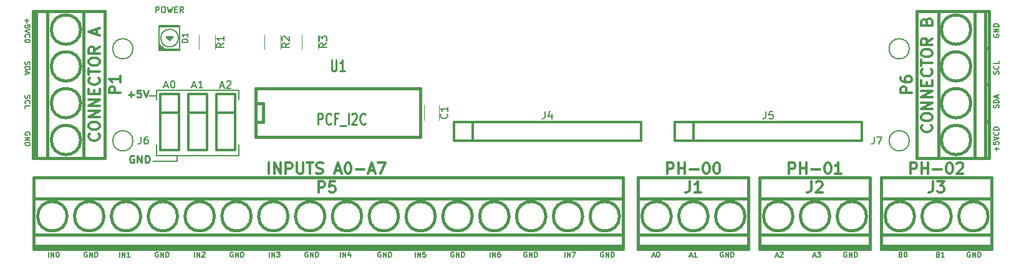
<source format=gbr>
G04 #@! TF.GenerationSoftware,KiCad,Pcbnew,(5.0.1)-3*
G04 #@! TF.CreationDate,2019-04-12T12:40:20-05:00*
G04 #@! TF.ProjectId,New_I2C_ports,4E65775F4932435F706F7274732E6B69,rev?*
G04 #@! TF.SameCoordinates,Original*
G04 #@! TF.FileFunction,Legend,Top*
G04 #@! TF.FilePolarity,Positive*
%FSLAX46Y46*%
G04 Gerber Fmt 4.6, Leading zero omitted, Abs format (unit mm)*
G04 Created by KiCad (PCBNEW (5.0.1)-3) date 12/04/2019 12:40:20*
%MOMM*%
%LPD*%
G01*
G04 APERTURE LIST*
%ADD10C,0.175000*%
%ADD11C,0.200000*%
%ADD12C,0.250000*%
%ADD13C,0.120000*%
%ADD14C,0.198120*%
%ADD15C,0.304800*%
%ADD16C,0.381000*%
%ADD17C,0.150000*%
%ADD18C,0.149860*%
%ADD19C,0.203200*%
%ADD20C,0.285750*%
%ADD21C,0.287020*%
%ADD22C,0.300000*%
G04 APERTURE END LIST*
D10*
X152716000Y-149160666D02*
X152716000Y-148460666D01*
X153049333Y-149160666D02*
X153049333Y-148460666D01*
X153449333Y-149160666D01*
X153449333Y-148460666D01*
X153716000Y-148460666D02*
X154182666Y-148460666D01*
X153882666Y-149160666D01*
X137642666Y-148494000D02*
X137576000Y-148460666D01*
X137476000Y-148460666D01*
X137376000Y-148494000D01*
X137309333Y-148560666D01*
X137276000Y-148627333D01*
X137242666Y-148760666D01*
X137242666Y-148860666D01*
X137276000Y-148994000D01*
X137309333Y-149060666D01*
X137376000Y-149127333D01*
X137476000Y-149160666D01*
X137542666Y-149160666D01*
X137642666Y-149127333D01*
X137676000Y-149094000D01*
X137676000Y-148860666D01*
X137542666Y-148860666D01*
X137976000Y-149160666D02*
X137976000Y-148460666D01*
X138376000Y-149160666D01*
X138376000Y-148460666D01*
X138709333Y-149160666D02*
X138709333Y-148460666D01*
X138876000Y-148460666D01*
X138976000Y-148494000D01*
X139042666Y-148560666D01*
X139076000Y-148627333D01*
X139109333Y-148760666D01*
X139109333Y-148860666D01*
X139076000Y-148994000D01*
X139042666Y-149060666D01*
X138976000Y-149127333D01*
X138876000Y-149160666D01*
X138709333Y-149160666D01*
X147548666Y-148494000D02*
X147482000Y-148460666D01*
X147382000Y-148460666D01*
X147282000Y-148494000D01*
X147215333Y-148560666D01*
X147182000Y-148627333D01*
X147148666Y-148760666D01*
X147148666Y-148860666D01*
X147182000Y-148994000D01*
X147215333Y-149060666D01*
X147282000Y-149127333D01*
X147382000Y-149160666D01*
X147448666Y-149160666D01*
X147548666Y-149127333D01*
X147582000Y-149094000D01*
X147582000Y-148860666D01*
X147448666Y-148860666D01*
X147882000Y-149160666D02*
X147882000Y-148460666D01*
X148282000Y-149160666D01*
X148282000Y-148460666D01*
X148615333Y-149160666D02*
X148615333Y-148460666D01*
X148782000Y-148460666D01*
X148882000Y-148494000D01*
X148948666Y-148560666D01*
X148982000Y-148627333D01*
X149015333Y-148760666D01*
X149015333Y-148860666D01*
X148982000Y-148994000D01*
X148948666Y-149060666D01*
X148882000Y-149127333D01*
X148782000Y-149160666D01*
X148615333Y-149160666D01*
X142556000Y-149160666D02*
X142556000Y-148460666D01*
X142889333Y-149160666D02*
X142889333Y-148460666D01*
X143289333Y-149160666D01*
X143289333Y-148460666D01*
X143922666Y-148460666D02*
X143789333Y-148460666D01*
X143722666Y-148494000D01*
X143689333Y-148527333D01*
X143622666Y-148627333D01*
X143589333Y-148760666D01*
X143589333Y-149027333D01*
X143622666Y-149094000D01*
X143656000Y-149127333D01*
X143722666Y-149160666D01*
X143856000Y-149160666D01*
X143922666Y-149127333D01*
X143956000Y-149094000D01*
X143989333Y-149027333D01*
X143989333Y-148860666D01*
X143956000Y-148794000D01*
X143922666Y-148760666D01*
X143856000Y-148727333D01*
X143722666Y-148727333D01*
X143656000Y-148760666D01*
X143622666Y-148794000D01*
X143589333Y-148860666D01*
X157962666Y-148494000D02*
X157896000Y-148460666D01*
X157796000Y-148460666D01*
X157696000Y-148494000D01*
X157629333Y-148560666D01*
X157596000Y-148627333D01*
X157562666Y-148760666D01*
X157562666Y-148860666D01*
X157596000Y-148994000D01*
X157629333Y-149060666D01*
X157696000Y-149127333D01*
X157796000Y-149160666D01*
X157862666Y-149160666D01*
X157962666Y-149127333D01*
X157996000Y-149094000D01*
X157996000Y-148860666D01*
X157862666Y-148860666D01*
X158296000Y-149160666D02*
X158296000Y-148460666D01*
X158696000Y-149160666D01*
X158696000Y-148460666D01*
X159029333Y-149160666D02*
X159029333Y-148460666D01*
X159196000Y-148460666D01*
X159296000Y-148494000D01*
X159362666Y-148560666D01*
X159396000Y-148627333D01*
X159429333Y-148760666D01*
X159429333Y-148860666D01*
X159396000Y-148994000D01*
X159362666Y-149060666D01*
X159296000Y-149127333D01*
X159196000Y-149160666D01*
X159029333Y-149160666D01*
X132396000Y-149160666D02*
X132396000Y-148460666D01*
X132729333Y-149160666D02*
X132729333Y-148460666D01*
X133129333Y-149160666D01*
X133129333Y-148460666D01*
X133796000Y-148460666D02*
X133462666Y-148460666D01*
X133429333Y-148794000D01*
X133462666Y-148760666D01*
X133529333Y-148727333D01*
X133696000Y-148727333D01*
X133762666Y-148760666D01*
X133796000Y-148794000D01*
X133829333Y-148860666D01*
X133829333Y-149027333D01*
X133796000Y-149094000D01*
X133762666Y-149127333D01*
X133696000Y-149160666D01*
X133529333Y-149160666D01*
X133462666Y-149127333D01*
X133429333Y-149094000D01*
X127736666Y-148494000D02*
X127670000Y-148460666D01*
X127570000Y-148460666D01*
X127470000Y-148494000D01*
X127403333Y-148560666D01*
X127370000Y-148627333D01*
X127336666Y-148760666D01*
X127336666Y-148860666D01*
X127370000Y-148994000D01*
X127403333Y-149060666D01*
X127470000Y-149127333D01*
X127570000Y-149160666D01*
X127636666Y-149160666D01*
X127736666Y-149127333D01*
X127770000Y-149094000D01*
X127770000Y-148860666D01*
X127636666Y-148860666D01*
X128070000Y-149160666D02*
X128070000Y-148460666D01*
X128470000Y-149160666D01*
X128470000Y-148460666D01*
X128803333Y-149160666D02*
X128803333Y-148460666D01*
X128970000Y-148460666D01*
X129070000Y-148494000D01*
X129136666Y-148560666D01*
X129170000Y-148627333D01*
X129203333Y-148760666D01*
X129203333Y-148860666D01*
X129170000Y-148994000D01*
X129136666Y-149060666D01*
X129070000Y-149127333D01*
X128970000Y-149160666D01*
X128803333Y-149160666D01*
X122236000Y-149160666D02*
X122236000Y-148460666D01*
X122569333Y-149160666D02*
X122569333Y-148460666D01*
X122969333Y-149160666D01*
X122969333Y-148460666D01*
X123602666Y-148694000D02*
X123602666Y-149160666D01*
X123436000Y-148427333D02*
X123269333Y-148927333D01*
X123702666Y-148927333D01*
X117830666Y-148494000D02*
X117764000Y-148460666D01*
X117664000Y-148460666D01*
X117564000Y-148494000D01*
X117497333Y-148560666D01*
X117464000Y-148627333D01*
X117430666Y-148760666D01*
X117430666Y-148860666D01*
X117464000Y-148994000D01*
X117497333Y-149060666D01*
X117564000Y-149127333D01*
X117664000Y-149160666D01*
X117730666Y-149160666D01*
X117830666Y-149127333D01*
X117864000Y-149094000D01*
X117864000Y-148860666D01*
X117730666Y-148860666D01*
X118164000Y-149160666D02*
X118164000Y-148460666D01*
X118564000Y-149160666D01*
X118564000Y-148460666D01*
X118897333Y-149160666D02*
X118897333Y-148460666D01*
X119064000Y-148460666D01*
X119164000Y-148494000D01*
X119230666Y-148560666D01*
X119264000Y-148627333D01*
X119297333Y-148760666D01*
X119297333Y-148860666D01*
X119264000Y-148994000D01*
X119230666Y-149060666D01*
X119164000Y-149127333D01*
X119064000Y-149160666D01*
X118897333Y-149160666D01*
X112584000Y-149160666D02*
X112584000Y-148460666D01*
X112917333Y-149160666D02*
X112917333Y-148460666D01*
X113317333Y-149160666D01*
X113317333Y-148460666D01*
X113584000Y-148460666D02*
X114017333Y-148460666D01*
X113784000Y-148727333D01*
X113884000Y-148727333D01*
X113950666Y-148760666D01*
X113984000Y-148794000D01*
X114017333Y-148860666D01*
X114017333Y-149027333D01*
X113984000Y-149094000D01*
X113950666Y-149127333D01*
X113884000Y-149160666D01*
X113684000Y-149160666D01*
X113617333Y-149127333D01*
X113584000Y-149094000D01*
X107670666Y-148494000D02*
X107604000Y-148460666D01*
X107504000Y-148460666D01*
X107404000Y-148494000D01*
X107337333Y-148560666D01*
X107304000Y-148627333D01*
X107270666Y-148760666D01*
X107270666Y-148860666D01*
X107304000Y-148994000D01*
X107337333Y-149060666D01*
X107404000Y-149127333D01*
X107504000Y-149160666D01*
X107570666Y-149160666D01*
X107670666Y-149127333D01*
X107704000Y-149094000D01*
X107704000Y-148860666D01*
X107570666Y-148860666D01*
X108004000Y-149160666D02*
X108004000Y-148460666D01*
X108404000Y-149160666D01*
X108404000Y-148460666D01*
X108737333Y-149160666D02*
X108737333Y-148460666D01*
X108904000Y-148460666D01*
X109004000Y-148494000D01*
X109070666Y-148560666D01*
X109104000Y-148627333D01*
X109137333Y-148760666D01*
X109137333Y-148860666D01*
X109104000Y-148994000D01*
X109070666Y-149060666D01*
X109004000Y-149127333D01*
X108904000Y-149160666D01*
X108737333Y-149160666D01*
X102424000Y-149160666D02*
X102424000Y-148460666D01*
X102757333Y-149160666D02*
X102757333Y-148460666D01*
X103157333Y-149160666D01*
X103157333Y-148460666D01*
X103457333Y-148527333D02*
X103490666Y-148494000D01*
X103557333Y-148460666D01*
X103724000Y-148460666D01*
X103790666Y-148494000D01*
X103824000Y-148527333D01*
X103857333Y-148594000D01*
X103857333Y-148660666D01*
X103824000Y-148760666D01*
X103424000Y-149160666D01*
X103857333Y-149160666D01*
X97510666Y-148494000D02*
X97444000Y-148460666D01*
X97344000Y-148460666D01*
X97244000Y-148494000D01*
X97177333Y-148560666D01*
X97144000Y-148627333D01*
X97110666Y-148760666D01*
X97110666Y-148860666D01*
X97144000Y-148994000D01*
X97177333Y-149060666D01*
X97244000Y-149127333D01*
X97344000Y-149160666D01*
X97410666Y-149160666D01*
X97510666Y-149127333D01*
X97544000Y-149094000D01*
X97544000Y-148860666D01*
X97410666Y-148860666D01*
X97844000Y-149160666D02*
X97844000Y-148460666D01*
X98244000Y-149160666D01*
X98244000Y-148460666D01*
X98577333Y-149160666D02*
X98577333Y-148460666D01*
X98744000Y-148460666D01*
X98844000Y-148494000D01*
X98910666Y-148560666D01*
X98944000Y-148627333D01*
X98977333Y-148760666D01*
X98977333Y-148860666D01*
X98944000Y-148994000D01*
X98910666Y-149060666D01*
X98844000Y-149127333D01*
X98744000Y-149160666D01*
X98577333Y-149160666D01*
X92264000Y-149160666D02*
X92264000Y-148460666D01*
X92597333Y-149160666D02*
X92597333Y-148460666D01*
X92997333Y-149160666D01*
X92997333Y-148460666D01*
X93697333Y-149160666D02*
X93297333Y-149160666D01*
X93497333Y-149160666D02*
X93497333Y-148460666D01*
X93430666Y-148560666D01*
X93364000Y-148627333D01*
X93297333Y-148660666D01*
X82612000Y-149160666D02*
X82612000Y-148460666D01*
X82945333Y-149160666D02*
X82945333Y-148460666D01*
X83345333Y-149160666D01*
X83345333Y-148460666D01*
X83812000Y-148460666D02*
X83878666Y-148460666D01*
X83945333Y-148494000D01*
X83978666Y-148527333D01*
X84012000Y-148594000D01*
X84045333Y-148727333D01*
X84045333Y-148894000D01*
X84012000Y-149027333D01*
X83978666Y-149094000D01*
X83945333Y-149127333D01*
X83878666Y-149160666D01*
X83812000Y-149160666D01*
X83745333Y-149127333D01*
X83712000Y-149094000D01*
X83678666Y-149027333D01*
X83645333Y-148894000D01*
X83645333Y-148727333D01*
X83678666Y-148594000D01*
X83712000Y-148527333D01*
X83745333Y-148494000D01*
X83812000Y-148460666D01*
X87858666Y-148494000D02*
X87792000Y-148460666D01*
X87692000Y-148460666D01*
X87592000Y-148494000D01*
X87525333Y-148560666D01*
X87492000Y-148627333D01*
X87458666Y-148760666D01*
X87458666Y-148860666D01*
X87492000Y-148994000D01*
X87525333Y-149060666D01*
X87592000Y-149127333D01*
X87692000Y-149160666D01*
X87758666Y-149160666D01*
X87858666Y-149127333D01*
X87892000Y-149094000D01*
X87892000Y-148860666D01*
X87758666Y-148860666D01*
X88192000Y-149160666D02*
X88192000Y-148460666D01*
X88592000Y-149160666D01*
X88592000Y-148460666D01*
X88925333Y-149160666D02*
X88925333Y-148460666D01*
X89092000Y-148460666D01*
X89192000Y-148494000D01*
X89258666Y-148560666D01*
X89292000Y-148627333D01*
X89325333Y-148760666D01*
X89325333Y-148860666D01*
X89292000Y-148994000D01*
X89258666Y-149060666D01*
X89192000Y-149127333D01*
X89092000Y-149160666D01*
X88925333Y-149160666D01*
X203424666Y-148794000D02*
X203524666Y-148827333D01*
X203558000Y-148860666D01*
X203591333Y-148927333D01*
X203591333Y-149027333D01*
X203558000Y-149094000D01*
X203524666Y-149127333D01*
X203458000Y-149160666D01*
X203191333Y-149160666D01*
X203191333Y-148460666D01*
X203424666Y-148460666D01*
X203491333Y-148494000D01*
X203524666Y-148527333D01*
X203558000Y-148594000D01*
X203558000Y-148660666D01*
X203524666Y-148727333D01*
X203491333Y-148760666D01*
X203424666Y-148794000D01*
X203191333Y-148794000D01*
X204258000Y-149160666D02*
X203858000Y-149160666D01*
X204058000Y-149160666D02*
X204058000Y-148460666D01*
X203991333Y-148560666D01*
X203924666Y-148627333D01*
X203858000Y-148660666D01*
X198344666Y-148794000D02*
X198444666Y-148827333D01*
X198478000Y-148860666D01*
X198511333Y-148927333D01*
X198511333Y-149027333D01*
X198478000Y-149094000D01*
X198444666Y-149127333D01*
X198378000Y-149160666D01*
X198111333Y-149160666D01*
X198111333Y-148460666D01*
X198344666Y-148460666D01*
X198411333Y-148494000D01*
X198444666Y-148527333D01*
X198478000Y-148594000D01*
X198478000Y-148660666D01*
X198444666Y-148727333D01*
X198411333Y-148760666D01*
X198344666Y-148794000D01*
X198111333Y-148794000D01*
X198944666Y-148460666D02*
X199011333Y-148460666D01*
X199078000Y-148494000D01*
X199111333Y-148527333D01*
X199144666Y-148594000D01*
X199178000Y-148727333D01*
X199178000Y-148894000D01*
X199144666Y-149027333D01*
X199111333Y-149094000D01*
X199078000Y-149127333D01*
X199011333Y-149160666D01*
X198944666Y-149160666D01*
X198878000Y-149127333D01*
X198844666Y-149094000D01*
X198811333Y-149027333D01*
X198778000Y-148894000D01*
X198778000Y-148727333D01*
X198811333Y-148594000D01*
X198844666Y-148527333D01*
X198878000Y-148494000D01*
X198944666Y-148460666D01*
X207746666Y-148494000D02*
X207680000Y-148460666D01*
X207580000Y-148460666D01*
X207480000Y-148494000D01*
X207413333Y-148560666D01*
X207380000Y-148627333D01*
X207346666Y-148760666D01*
X207346666Y-148860666D01*
X207380000Y-148994000D01*
X207413333Y-149060666D01*
X207480000Y-149127333D01*
X207580000Y-149160666D01*
X207646666Y-149160666D01*
X207746666Y-149127333D01*
X207780000Y-149094000D01*
X207780000Y-148860666D01*
X207646666Y-148860666D01*
X208080000Y-149160666D02*
X208080000Y-148460666D01*
X208480000Y-149160666D01*
X208480000Y-148460666D01*
X208813333Y-149160666D02*
X208813333Y-148460666D01*
X208980000Y-148460666D01*
X209080000Y-148494000D01*
X209146666Y-148560666D01*
X209180000Y-148627333D01*
X209213333Y-148760666D01*
X209213333Y-148860666D01*
X209180000Y-148994000D01*
X209146666Y-149060666D01*
X209080000Y-149127333D01*
X208980000Y-149160666D01*
X208813333Y-149160666D01*
X190982666Y-148494000D02*
X190916000Y-148460666D01*
X190816000Y-148460666D01*
X190716000Y-148494000D01*
X190649333Y-148560666D01*
X190616000Y-148627333D01*
X190582666Y-148760666D01*
X190582666Y-148860666D01*
X190616000Y-148994000D01*
X190649333Y-149060666D01*
X190716000Y-149127333D01*
X190816000Y-149160666D01*
X190882666Y-149160666D01*
X190982666Y-149127333D01*
X191016000Y-149094000D01*
X191016000Y-148860666D01*
X190882666Y-148860666D01*
X191316000Y-149160666D02*
X191316000Y-148460666D01*
X191716000Y-149160666D01*
X191716000Y-148460666D01*
X192049333Y-149160666D02*
X192049333Y-148460666D01*
X192216000Y-148460666D01*
X192316000Y-148494000D01*
X192382666Y-148560666D01*
X192416000Y-148627333D01*
X192449333Y-148760666D01*
X192449333Y-148860666D01*
X192416000Y-148994000D01*
X192382666Y-149060666D01*
X192316000Y-149127333D01*
X192216000Y-149160666D01*
X192049333Y-149160666D01*
X181364000Y-148960666D02*
X181697333Y-148960666D01*
X181297333Y-149160666D02*
X181530666Y-148460666D01*
X181764000Y-149160666D01*
X181964000Y-148527333D02*
X181997333Y-148494000D01*
X182064000Y-148460666D01*
X182230666Y-148460666D01*
X182297333Y-148494000D01*
X182330666Y-148527333D01*
X182364000Y-148594000D01*
X182364000Y-148660666D01*
X182330666Y-148760666D01*
X181930666Y-149160666D01*
X182364000Y-149160666D01*
X186444000Y-148960666D02*
X186777333Y-148960666D01*
X186377333Y-149160666D02*
X186610666Y-148460666D01*
X186844000Y-149160666D01*
X187010666Y-148460666D02*
X187444000Y-148460666D01*
X187210666Y-148727333D01*
X187310666Y-148727333D01*
X187377333Y-148760666D01*
X187410666Y-148794000D01*
X187444000Y-148860666D01*
X187444000Y-149027333D01*
X187410666Y-149094000D01*
X187377333Y-149127333D01*
X187310666Y-149160666D01*
X187110666Y-149160666D01*
X187044000Y-149127333D01*
X187010666Y-149094000D01*
X164600000Y-148960666D02*
X164933333Y-148960666D01*
X164533333Y-149160666D02*
X164766666Y-148460666D01*
X165000000Y-149160666D01*
X165366666Y-148460666D02*
X165433333Y-148460666D01*
X165500000Y-148494000D01*
X165533333Y-148527333D01*
X165566666Y-148594000D01*
X165600000Y-148727333D01*
X165600000Y-148894000D01*
X165566666Y-149027333D01*
X165533333Y-149094000D01*
X165500000Y-149127333D01*
X165433333Y-149160666D01*
X165366666Y-149160666D01*
X165300000Y-149127333D01*
X165266666Y-149094000D01*
X165233333Y-149027333D01*
X165200000Y-148894000D01*
X165200000Y-148727333D01*
X165233333Y-148594000D01*
X165266666Y-148527333D01*
X165300000Y-148494000D01*
X165366666Y-148460666D01*
X174218666Y-148494000D02*
X174152000Y-148460666D01*
X174052000Y-148460666D01*
X173952000Y-148494000D01*
X173885333Y-148560666D01*
X173852000Y-148627333D01*
X173818666Y-148760666D01*
X173818666Y-148860666D01*
X173852000Y-148994000D01*
X173885333Y-149060666D01*
X173952000Y-149127333D01*
X174052000Y-149160666D01*
X174118666Y-149160666D01*
X174218666Y-149127333D01*
X174252000Y-149094000D01*
X174252000Y-148860666D01*
X174118666Y-148860666D01*
X174552000Y-149160666D02*
X174552000Y-148460666D01*
X174952000Y-149160666D01*
X174952000Y-148460666D01*
X175285333Y-149160666D02*
X175285333Y-148460666D01*
X175452000Y-148460666D01*
X175552000Y-148494000D01*
X175618666Y-148560666D01*
X175652000Y-148627333D01*
X175685333Y-148760666D01*
X175685333Y-148860666D01*
X175652000Y-148994000D01*
X175618666Y-149060666D01*
X175552000Y-149127333D01*
X175452000Y-149160666D01*
X175285333Y-149160666D01*
X169680000Y-148960666D02*
X170013333Y-148960666D01*
X169613333Y-149160666D02*
X169846666Y-148460666D01*
X170080000Y-149160666D01*
X170680000Y-149160666D02*
X170280000Y-149160666D01*
X170480000Y-149160666D02*
X170480000Y-148460666D01*
X170413333Y-148560666D01*
X170346666Y-148627333D01*
X170280000Y-148660666D01*
X211611333Y-128866000D02*
X211644666Y-128766000D01*
X211644666Y-128599333D01*
X211611333Y-128532666D01*
X211578000Y-128499333D01*
X211511333Y-128466000D01*
X211444666Y-128466000D01*
X211378000Y-128499333D01*
X211344666Y-128532666D01*
X211311333Y-128599333D01*
X211278000Y-128732666D01*
X211244666Y-128799333D01*
X211211333Y-128832666D01*
X211144666Y-128866000D01*
X211078000Y-128866000D01*
X211011333Y-128832666D01*
X210978000Y-128799333D01*
X210944666Y-128732666D01*
X210944666Y-128566000D01*
X210978000Y-128466000D01*
X211644666Y-128166000D02*
X210944666Y-128166000D01*
X210944666Y-127999333D01*
X210978000Y-127899333D01*
X211044666Y-127832666D01*
X211111333Y-127799333D01*
X211244666Y-127766000D01*
X211344666Y-127766000D01*
X211478000Y-127799333D01*
X211544666Y-127832666D01*
X211611333Y-127899333D01*
X211644666Y-127999333D01*
X211644666Y-128166000D01*
X211444666Y-127499333D02*
X211444666Y-127166000D01*
X211644666Y-127566000D02*
X210944666Y-127332666D01*
X211644666Y-127099333D01*
X211378000Y-134696000D02*
X211378000Y-134162666D01*
X211644666Y-134429333D02*
X211111333Y-134429333D01*
X210944666Y-133496000D02*
X210944666Y-133829333D01*
X211278000Y-133862666D01*
X211244666Y-133829333D01*
X211211333Y-133762666D01*
X211211333Y-133596000D01*
X211244666Y-133529333D01*
X211278000Y-133496000D01*
X211344666Y-133462666D01*
X211511333Y-133462666D01*
X211578000Y-133496000D01*
X211611333Y-133529333D01*
X211644666Y-133596000D01*
X211644666Y-133762666D01*
X211611333Y-133829333D01*
X211578000Y-133862666D01*
X210944666Y-133262666D02*
X211644666Y-133029333D01*
X210944666Y-132796000D01*
X211578000Y-132162666D02*
X211611333Y-132196000D01*
X211644666Y-132296000D01*
X211644666Y-132362666D01*
X211611333Y-132462666D01*
X211544666Y-132529333D01*
X211478000Y-132562666D01*
X211344666Y-132596000D01*
X211244666Y-132596000D01*
X211111333Y-132562666D01*
X211044666Y-132529333D01*
X210978000Y-132462666D01*
X210944666Y-132362666D01*
X210944666Y-132296000D01*
X210978000Y-132196000D01*
X211011333Y-132162666D01*
X211644666Y-131862666D02*
X210944666Y-131862666D01*
X210944666Y-131696000D01*
X210978000Y-131596000D01*
X211044666Y-131529333D01*
X211111333Y-131496000D01*
X211244666Y-131462666D01*
X211344666Y-131462666D01*
X211478000Y-131496000D01*
X211544666Y-131529333D01*
X211611333Y-131596000D01*
X211644666Y-131696000D01*
X211644666Y-131862666D01*
X211611333Y-124277333D02*
X211644666Y-124177333D01*
X211644666Y-124010666D01*
X211611333Y-123944000D01*
X211578000Y-123910666D01*
X211511333Y-123877333D01*
X211444666Y-123877333D01*
X211378000Y-123910666D01*
X211344666Y-123944000D01*
X211311333Y-124010666D01*
X211278000Y-124144000D01*
X211244666Y-124210666D01*
X211211333Y-124244000D01*
X211144666Y-124277333D01*
X211078000Y-124277333D01*
X211011333Y-124244000D01*
X210978000Y-124210666D01*
X210944666Y-124144000D01*
X210944666Y-123977333D01*
X210978000Y-123877333D01*
X211578000Y-123177333D02*
X211611333Y-123210666D01*
X211644666Y-123310666D01*
X211644666Y-123377333D01*
X211611333Y-123477333D01*
X211544666Y-123544000D01*
X211478000Y-123577333D01*
X211344666Y-123610666D01*
X211244666Y-123610666D01*
X211111333Y-123577333D01*
X211044666Y-123544000D01*
X210978000Y-123477333D01*
X210944666Y-123377333D01*
X210944666Y-123310666D01*
X210978000Y-123210666D01*
X211011333Y-123177333D01*
X211644666Y-122544000D02*
X211644666Y-122877333D01*
X210944666Y-122877333D01*
X210978000Y-118897333D02*
X210944666Y-118964000D01*
X210944666Y-119064000D01*
X210978000Y-119164000D01*
X211044666Y-119230666D01*
X211111333Y-119264000D01*
X211244666Y-119297333D01*
X211344666Y-119297333D01*
X211478000Y-119264000D01*
X211544666Y-119230666D01*
X211611333Y-119164000D01*
X211644666Y-119064000D01*
X211644666Y-118997333D01*
X211611333Y-118897333D01*
X211578000Y-118864000D01*
X211344666Y-118864000D01*
X211344666Y-118997333D01*
X211644666Y-118564000D02*
X210944666Y-118564000D01*
X211644666Y-118164000D01*
X210944666Y-118164000D01*
X211644666Y-117830666D02*
X210944666Y-117830666D01*
X210944666Y-117664000D01*
X210978000Y-117564000D01*
X211044666Y-117497333D01*
X211111333Y-117464000D01*
X211244666Y-117430666D01*
X211344666Y-117430666D01*
X211478000Y-117464000D01*
X211544666Y-117497333D01*
X211611333Y-117564000D01*
X211644666Y-117664000D01*
X211644666Y-117830666D01*
X80106000Y-132562666D02*
X80139333Y-132496000D01*
X80139333Y-132396000D01*
X80106000Y-132296000D01*
X80039333Y-132229333D01*
X79972666Y-132196000D01*
X79839333Y-132162666D01*
X79739333Y-132162666D01*
X79606000Y-132196000D01*
X79539333Y-132229333D01*
X79472666Y-132296000D01*
X79439333Y-132396000D01*
X79439333Y-132462666D01*
X79472666Y-132562666D01*
X79506000Y-132596000D01*
X79739333Y-132596000D01*
X79739333Y-132462666D01*
X79439333Y-132896000D02*
X80139333Y-132896000D01*
X79439333Y-133296000D01*
X80139333Y-133296000D01*
X79439333Y-133629333D02*
X80139333Y-133629333D01*
X80139333Y-133796000D01*
X80106000Y-133896000D01*
X80039333Y-133962666D01*
X79972666Y-133996000D01*
X79839333Y-134029333D01*
X79739333Y-134029333D01*
X79606000Y-133996000D01*
X79539333Y-133962666D01*
X79472666Y-133896000D01*
X79439333Y-133796000D01*
X79439333Y-133629333D01*
X79472666Y-127182666D02*
X79439333Y-127282666D01*
X79439333Y-127449333D01*
X79472666Y-127516000D01*
X79506000Y-127549333D01*
X79572666Y-127582666D01*
X79639333Y-127582666D01*
X79706000Y-127549333D01*
X79739333Y-127516000D01*
X79772666Y-127449333D01*
X79806000Y-127316000D01*
X79839333Y-127249333D01*
X79872666Y-127216000D01*
X79939333Y-127182666D01*
X80006000Y-127182666D01*
X80072666Y-127216000D01*
X80106000Y-127249333D01*
X80139333Y-127316000D01*
X80139333Y-127482666D01*
X80106000Y-127582666D01*
X79506000Y-128282666D02*
X79472666Y-128249333D01*
X79439333Y-128149333D01*
X79439333Y-128082666D01*
X79472666Y-127982666D01*
X79539333Y-127916000D01*
X79606000Y-127882666D01*
X79739333Y-127849333D01*
X79839333Y-127849333D01*
X79972666Y-127882666D01*
X80039333Y-127916000D01*
X80106000Y-127982666D01*
X80139333Y-128082666D01*
X80139333Y-128149333D01*
X80106000Y-128249333D01*
X80072666Y-128282666D01*
X79439333Y-128916000D02*
X79439333Y-128582666D01*
X80139333Y-128582666D01*
X79472666Y-122594000D02*
X79439333Y-122694000D01*
X79439333Y-122860666D01*
X79472666Y-122927333D01*
X79506000Y-122960666D01*
X79572666Y-122994000D01*
X79639333Y-122994000D01*
X79706000Y-122960666D01*
X79739333Y-122927333D01*
X79772666Y-122860666D01*
X79806000Y-122727333D01*
X79839333Y-122660666D01*
X79872666Y-122627333D01*
X79939333Y-122594000D01*
X80006000Y-122594000D01*
X80072666Y-122627333D01*
X80106000Y-122660666D01*
X80139333Y-122727333D01*
X80139333Y-122894000D01*
X80106000Y-122994000D01*
X79439333Y-123294000D02*
X80139333Y-123294000D01*
X80139333Y-123460666D01*
X80106000Y-123560666D01*
X80039333Y-123627333D01*
X79972666Y-123660666D01*
X79839333Y-123694000D01*
X79739333Y-123694000D01*
X79606000Y-123660666D01*
X79539333Y-123627333D01*
X79472666Y-123560666D01*
X79439333Y-123460666D01*
X79439333Y-123294000D01*
X79639333Y-123960666D02*
X79639333Y-124294000D01*
X79439333Y-123894000D02*
X80139333Y-124127333D01*
X79439333Y-124360666D01*
X79706000Y-116764000D02*
X79706000Y-117297333D01*
X79439333Y-117030666D02*
X79972666Y-117030666D01*
X80139333Y-117964000D02*
X80139333Y-117630666D01*
X79806000Y-117597333D01*
X79839333Y-117630666D01*
X79872666Y-117697333D01*
X79872666Y-117864000D01*
X79839333Y-117930666D01*
X79806000Y-117964000D01*
X79739333Y-117997333D01*
X79572666Y-117997333D01*
X79506000Y-117964000D01*
X79472666Y-117930666D01*
X79439333Y-117864000D01*
X79439333Y-117697333D01*
X79472666Y-117630666D01*
X79506000Y-117597333D01*
X80139333Y-118197333D02*
X79439333Y-118430666D01*
X80139333Y-118664000D01*
X79506000Y-119297333D02*
X79472666Y-119264000D01*
X79439333Y-119164000D01*
X79439333Y-119097333D01*
X79472666Y-118997333D01*
X79539333Y-118930666D01*
X79606000Y-118897333D01*
X79739333Y-118864000D01*
X79839333Y-118864000D01*
X79972666Y-118897333D01*
X80039333Y-118930666D01*
X80106000Y-118997333D01*
X80139333Y-119097333D01*
X80139333Y-119164000D01*
X80106000Y-119264000D01*
X80072666Y-119297333D01*
X79439333Y-119597333D02*
X80139333Y-119597333D01*
X80139333Y-119764000D01*
X80106000Y-119864000D01*
X80039333Y-119930666D01*
X79972666Y-119964000D01*
X79839333Y-119997333D01*
X79739333Y-119997333D01*
X79606000Y-119964000D01*
X79539333Y-119930666D01*
X79472666Y-119864000D01*
X79439333Y-119764000D01*
X79439333Y-119597333D01*
D11*
X97282000Y-127254000D02*
X96266000Y-127254000D01*
X97282000Y-126492000D02*
X97282000Y-127762000D01*
X108458000Y-126492000D02*
X97282000Y-126492000D01*
X108458000Y-127762000D02*
X108458000Y-126492000D01*
X100076000Y-136144000D02*
X100076000Y-135382000D01*
X96774000Y-136144000D02*
X100076000Y-136144000D01*
X97282000Y-135382000D02*
X97282000Y-133858000D01*
X108458000Y-135382000D02*
X97282000Y-135382000D01*
X108458000Y-133858000D02*
X108458000Y-135382000D01*
D12*
X94234095Y-135390000D02*
X94138857Y-135342380D01*
X93996000Y-135342380D01*
X93853142Y-135390000D01*
X93757904Y-135485238D01*
X93710285Y-135580476D01*
X93662666Y-135770952D01*
X93662666Y-135913809D01*
X93710285Y-136104285D01*
X93757904Y-136199523D01*
X93853142Y-136294761D01*
X93996000Y-136342380D01*
X94091238Y-136342380D01*
X94234095Y-136294761D01*
X94281714Y-136247142D01*
X94281714Y-135913809D01*
X94091238Y-135913809D01*
X94710285Y-136342380D02*
X94710285Y-135342380D01*
X95281714Y-136342380D01*
X95281714Y-135342380D01*
X95757904Y-136342380D02*
X95757904Y-135342380D01*
X95996000Y-135342380D01*
X96138857Y-135390000D01*
X96234095Y-135485238D01*
X96281714Y-135580476D01*
X96329333Y-135770952D01*
X96329333Y-135913809D01*
X96281714Y-136104285D01*
X96234095Y-136199523D01*
X96138857Y-136294761D01*
X95996000Y-136342380D01*
X95757904Y-136342380D01*
X93456285Y-127071428D02*
X94218190Y-127071428D01*
X93837238Y-127452380D02*
X93837238Y-126690476D01*
X95170571Y-126452380D02*
X94694380Y-126452380D01*
X94646761Y-126928571D01*
X94694380Y-126880952D01*
X94789619Y-126833333D01*
X95027714Y-126833333D01*
X95122952Y-126880952D01*
X95170571Y-126928571D01*
X95218190Y-127023809D01*
X95218190Y-127261904D01*
X95170571Y-127357142D01*
X95122952Y-127404761D01*
X95027714Y-127452380D01*
X94789619Y-127452380D01*
X94694380Y-127404761D01*
X94646761Y-127357142D01*
X95503904Y-126452380D02*
X95837238Y-127452380D01*
X96170571Y-126452380D01*
D13*
G04 #@! TO.C,C1*
X133600000Y-128540000D02*
X133600000Y-130540000D01*
X135640000Y-130540000D02*
X135640000Y-128540000D01*
D14*
G04 #@! TO.C,D1*
X98859340Y-119479060D02*
X99260660Y-119479060D01*
X98760280Y-119280940D02*
X99359720Y-119280940D01*
X97660460Y-120881140D02*
X100459540Y-120881140D01*
X100459540Y-117878860D02*
X97660460Y-117878860D01*
X100258880Y-119380000D02*
G75*
G03X100258880Y-119380000I-1198880J0D01*
G01*
X99560380Y-119181880D02*
X98559620Y-119181880D01*
X98559620Y-119181880D02*
X99060000Y-119679720D01*
X99060000Y-119679720D02*
X99560380Y-119181880D01*
X97660460Y-120180100D02*
X98358960Y-120878600D01*
X97660460Y-120578880D02*
X97960180Y-120878600D01*
X97861120Y-120878600D02*
X97660460Y-120680480D01*
X97660460Y-120378220D02*
X98160840Y-120878600D01*
X100459540Y-117680740D02*
X97660460Y-117680740D01*
X97660460Y-117680740D02*
X97660460Y-121079260D01*
X97660460Y-121079260D02*
X100459540Y-121079260D01*
X100457000Y-121079260D02*
X100457000Y-117680740D01*
D15*
G04 #@! TO.C,A2*
X105410000Y-129540000D02*
X107950000Y-129540000D01*
X107950000Y-127000000D02*
X107950000Y-134620000D01*
X107950000Y-134620000D02*
X105410000Y-134620000D01*
X105410000Y-134620000D02*
X105410000Y-127000000D01*
X105410000Y-127000000D02*
X107950000Y-127000000D01*
D13*
G04 #@! TO.C,R1*
X105210000Y-118920000D02*
X105210000Y-120920000D01*
X103070000Y-120920000D02*
X103070000Y-118920000D01*
G04 #@! TO.C,R2*
X114100000Y-118920000D02*
X114100000Y-120920000D01*
X111960000Y-120920000D02*
X111960000Y-118920000D01*
G04 #@! TO.C,R3*
X117040000Y-120920000D02*
X117040000Y-118920000D01*
X119180000Y-118920000D02*
X119180000Y-120920000D01*
D16*
G04 #@! TO.C,U1*
X111760000Y-128270000D02*
X111760000Y-130810000D01*
X133096000Y-132842000D02*
X110744000Y-132842000D01*
X110744000Y-126238000D02*
X133096000Y-126238000D01*
X111760000Y-130810000D02*
X110744000Y-130810000D01*
X111760000Y-128270000D02*
X110744000Y-128270000D01*
X133096000Y-126238000D02*
X133096000Y-132842000D01*
X110744000Y-132842000D02*
X110744000Y-126238000D01*
G04 #@! TO.C,J3*
X195700000Y-138310000D02*
X195700000Y-148110000D01*
X210700000Y-138310000D02*
X195700000Y-138310000D01*
X210700000Y-148110000D02*
X210700000Y-138310000D01*
X195700000Y-148110000D02*
X210700000Y-148110000D01*
X195700000Y-147610000D02*
X210700000Y-147610000D01*
X195700000Y-141210000D02*
X210700000Y-141210000D01*
X195700000Y-146110000D02*
X210700000Y-146110000D01*
X200200000Y-143610000D02*
G75*
G03X200200000Y-143610000I-2000000J0D01*
G01*
X205200000Y-143610000D02*
G75*
G03X205200000Y-143610000I-2000000J0D01*
G01*
X200700000Y-147610000D02*
X200700000Y-148110000D01*
X205700000Y-147610000D02*
X205700000Y-148110000D01*
X210200000Y-143610000D02*
G75*
G03X210200000Y-143610000I-2000000J0D01*
G01*
G04 #@! TO.C,J2*
X193690000Y-143610000D02*
G75*
G03X193690000Y-143610000I-2000000J0D01*
G01*
X189190000Y-147610000D02*
X189190000Y-148110000D01*
X184190000Y-147610000D02*
X184190000Y-148110000D01*
X188690000Y-143610000D02*
G75*
G03X188690000Y-143610000I-2000000J0D01*
G01*
X183690000Y-143610000D02*
G75*
G03X183690000Y-143610000I-2000000J0D01*
G01*
X179190000Y-146110000D02*
X194190000Y-146110000D01*
X179190000Y-141210000D02*
X194190000Y-141210000D01*
X179190000Y-147610000D02*
X194190000Y-147610000D01*
X179190000Y-148110000D02*
X194190000Y-148110000D01*
X194190000Y-148110000D02*
X194190000Y-138310000D01*
X194190000Y-138310000D02*
X179190000Y-138310000D01*
X179190000Y-138310000D02*
X179190000Y-148110000D01*
G04 #@! TO.C,P1*
X80990000Y-130730000D02*
X80490000Y-130730000D01*
X86990000Y-133230000D02*
G75*
G03X86990000Y-133230000I-2000000J0D01*
G01*
X86990000Y-128230000D02*
G75*
G03X86990000Y-128230000I-2000000J0D01*
G01*
X80990000Y-125730000D02*
X80490000Y-125730000D01*
X80990000Y-120730000D02*
X80490000Y-120730000D01*
X86990000Y-123230000D02*
G75*
G03X86990000Y-123230000I-2000000J0D01*
G01*
X86990000Y-118230000D02*
G75*
G03X86990000Y-118230000I-2000000J0D01*
G01*
X82490000Y-115730000D02*
X82490000Y-135730000D01*
X87390000Y-115730000D02*
X87390000Y-135730000D01*
X80990000Y-115730000D02*
X80990000Y-135730000D01*
X80490000Y-115730000D02*
X80490000Y-135730000D01*
X80490000Y-135730000D02*
X90290000Y-135730000D01*
X90290000Y-135730000D02*
X90290000Y-115730000D01*
X90290000Y-115730000D02*
X80490000Y-115730000D01*
D15*
G04 #@! TO.C,A0*
X97790000Y-129540000D02*
X100330000Y-129540000D01*
X100330000Y-127000000D02*
X100330000Y-134620000D01*
X100330000Y-134620000D02*
X97790000Y-134620000D01*
X97790000Y-134620000D02*
X97790000Y-127000000D01*
X97790000Y-127000000D02*
X100330000Y-127000000D01*
G04 #@! TO.C,A1*
X101600000Y-127000000D02*
X104140000Y-127000000D01*
X101600000Y-134620000D02*
X101600000Y-127000000D01*
X104140000Y-134620000D02*
X101600000Y-134620000D01*
X104140000Y-127000000D02*
X104140000Y-134620000D01*
X101600000Y-129540000D02*
X104140000Y-129540000D01*
D16*
G04 #@! TO.C,P6*
X200540000Y-135730000D02*
X210340000Y-135730000D01*
X200540000Y-115730000D02*
X200540000Y-135730000D01*
X210340000Y-115730000D02*
X200540000Y-115730000D01*
X210340000Y-135730000D02*
X210340000Y-115730000D01*
X209840000Y-135730000D02*
X209840000Y-115730000D01*
X203440000Y-135730000D02*
X203440000Y-115730000D01*
X208340000Y-135730000D02*
X208340000Y-115730000D01*
X207840000Y-133230000D02*
G75*
G03X207840000Y-133230000I-2000000J0D01*
G01*
X207840000Y-128230000D02*
G75*
G03X207840000Y-128230000I-2000000J0D01*
G01*
X209840000Y-130730000D02*
X210340000Y-130730000D01*
X209840000Y-125730000D02*
X210340000Y-125730000D01*
X207840000Y-123230000D02*
G75*
G03X207840000Y-123230000I-2000000J0D01*
G01*
X207840000Y-118230000D02*
G75*
G03X207840000Y-118230000I-2000000J0D01*
G01*
X209840000Y-120730000D02*
X210340000Y-120730000D01*
G04 #@! TO.C,J1*
X177180000Y-143610000D02*
G75*
G03X177180000Y-143610000I-2000000J0D01*
G01*
X172680000Y-147610000D02*
X172680000Y-148110000D01*
X167680000Y-147610000D02*
X167680000Y-148110000D01*
X172180000Y-143610000D02*
G75*
G03X172180000Y-143610000I-2000000J0D01*
G01*
X167180000Y-143610000D02*
G75*
G03X167180000Y-143610000I-2000000J0D01*
G01*
X162680000Y-146110000D02*
X177680000Y-146110000D01*
X162680000Y-141210000D02*
X177680000Y-141210000D01*
X162680000Y-147610000D02*
X177680000Y-147610000D01*
X162680000Y-148110000D02*
X177680000Y-148110000D01*
X177680000Y-148110000D02*
X177680000Y-138310000D01*
X177680000Y-138310000D02*
X162680000Y-138310000D01*
X162680000Y-138310000D02*
X162680000Y-148110000D01*
G04 #@! TO.C,P5*
X160150000Y-143610000D02*
G75*
G03X160150000Y-143610000I-2000000J0D01*
G01*
X155650000Y-147610000D02*
X155650000Y-148110000D01*
X150650000Y-147610000D02*
X150650000Y-148110000D01*
X155150000Y-143610000D02*
G75*
G03X155150000Y-143610000I-2000000J0D01*
G01*
X150150000Y-143610000D02*
G75*
G03X150150000Y-143610000I-2000000J0D01*
G01*
X145650000Y-147610000D02*
X145650000Y-148110000D01*
X140650000Y-147610000D02*
X140650000Y-148110000D01*
X145150000Y-143610000D02*
G75*
G03X145150000Y-143610000I-2000000J0D01*
G01*
X140150000Y-143610000D02*
G75*
G03X140150000Y-143610000I-2000000J0D01*
G01*
X135650000Y-147610000D02*
X135650000Y-148110000D01*
X130650000Y-147610000D02*
X130650000Y-148110000D01*
X135150000Y-143610000D02*
G75*
G03X135150000Y-143610000I-2000000J0D01*
G01*
X130150000Y-143610000D02*
G75*
G03X130150000Y-143610000I-2000000J0D01*
G01*
X125650000Y-147610000D02*
X125650000Y-148110000D01*
X120650000Y-147610000D02*
X120650000Y-148110000D01*
X125150000Y-143610000D02*
G75*
G03X125150000Y-143610000I-2000000J0D01*
G01*
X120150000Y-143610000D02*
G75*
G03X120150000Y-143610000I-2000000J0D01*
G01*
X115650000Y-147610000D02*
X115650000Y-148110000D01*
X110650000Y-147610000D02*
X110650000Y-148110000D01*
X115150000Y-143610000D02*
G75*
G03X115150000Y-143610000I-2000000J0D01*
G01*
X110150000Y-143610000D02*
G75*
G03X110150000Y-143610000I-2000000J0D01*
G01*
X105650000Y-147610000D02*
X105650000Y-148110000D01*
X100650000Y-147610000D02*
X100650000Y-148110000D01*
X105150000Y-143610000D02*
G75*
G03X105150000Y-143610000I-2000000J0D01*
G01*
X95650000Y-147610000D02*
X95650000Y-148110000D01*
X100150000Y-143610000D02*
G75*
G03X100150000Y-143610000I-2000000J0D01*
G01*
X95150000Y-143610000D02*
G75*
G03X95150000Y-143610000I-2000000J0D01*
G01*
X90650000Y-147610000D02*
X90650000Y-148110000D01*
X85650000Y-147610000D02*
X85650000Y-148110000D01*
X90150000Y-143610000D02*
G75*
G03X90150000Y-143610000I-2000000J0D01*
G01*
X85150000Y-143610000D02*
G75*
G03X85150000Y-143610000I-2000000J0D01*
G01*
X80650000Y-146110000D02*
X160650000Y-146110000D01*
X80650000Y-141210000D02*
X160650000Y-141210000D01*
X80650000Y-147610000D02*
X160650000Y-147610000D01*
X80650000Y-148110000D02*
X160650000Y-148110000D01*
X160650000Y-148110000D02*
X160650000Y-138310000D01*
X160650000Y-138310000D02*
X80650000Y-138310000D01*
X80650000Y-138310000D02*
X80650000Y-148110000D01*
D17*
G04 #@! TO.C,J6*
X94082129Y-133350000D02*
G75*
G03X94082129Y-133350000I-1372129J0D01*
G01*
X94082129Y-120840500D02*
G75*
G03X94082129Y-120840500I-1372129J0D01*
G01*
G04 #@! TO.C,J7*
X199492129Y-120840500D02*
G75*
G03X199492129Y-120840500I-1372129J0D01*
G01*
X199492129Y-133350000D02*
G75*
G03X199492129Y-133350000I-1372129J0D01*
G01*
D15*
G04 #@! TO.C,J4*
X140208000Y-130810000D02*
X140208000Y-133350000D01*
X137668000Y-130810000D02*
X163068000Y-130810000D01*
X163068000Y-130810000D02*
X163068000Y-133350000D01*
X163068000Y-133350000D02*
X137668000Y-133350000D01*
X137668000Y-133350000D02*
X137668000Y-130810000D01*
G04 #@! TO.C,J5*
X170180000Y-130810000D02*
X170180000Y-133350000D01*
X167640000Y-130810000D02*
X193040000Y-130810000D01*
X193040000Y-130810000D02*
X193040000Y-133350000D01*
X193040000Y-133350000D02*
X167640000Y-133350000D01*
X167640000Y-133350000D02*
X167640000Y-130810000D01*
G04 #@! TO.C,C1*
D17*
X136727142Y-129706666D02*
X136774761Y-129754285D01*
X136822380Y-129897142D01*
X136822380Y-129992380D01*
X136774761Y-130135238D01*
X136679523Y-130230476D01*
X136584285Y-130278095D01*
X136393809Y-130325714D01*
X136250952Y-130325714D01*
X136060476Y-130278095D01*
X135965238Y-130230476D01*
X135870000Y-130135238D01*
X135822380Y-129992380D01*
X135822380Y-129897142D01*
X135870000Y-129754285D01*
X135917619Y-129706666D01*
X136822380Y-128754285D02*
X136822380Y-129325714D01*
X136822380Y-129040000D02*
X135822380Y-129040000D01*
X135965238Y-129135238D01*
X136060476Y-129230476D01*
X136108095Y-129325714D01*
G04 #@! TO.C,D1*
D18*
X101522530Y-119970550D02*
X100722430Y-119970550D01*
X100722430Y-119780050D01*
X100760530Y-119665750D01*
X100836730Y-119589550D01*
X100912930Y-119551450D01*
X101065330Y-119513350D01*
X101179630Y-119513350D01*
X101332030Y-119551450D01*
X101408230Y-119589550D01*
X101484430Y-119665750D01*
X101522530Y-119780050D01*
X101522530Y-119970550D01*
X101522530Y-118751350D02*
X101522530Y-119208550D01*
X101522530Y-118979950D02*
X100722430Y-118979950D01*
X100836730Y-119056150D01*
X100912930Y-119132350D01*
X100951030Y-119208550D01*
X97212150Y-115931950D02*
X97212150Y-115131850D01*
X97516950Y-115131850D01*
X97593150Y-115169950D01*
X97631250Y-115208050D01*
X97669350Y-115284250D01*
X97669350Y-115398550D01*
X97631250Y-115474750D01*
X97593150Y-115512850D01*
X97516950Y-115550950D01*
X97212150Y-115550950D01*
X98164650Y-115131850D02*
X98317050Y-115131850D01*
X98393250Y-115169950D01*
X98469450Y-115246150D01*
X98507550Y-115398550D01*
X98507550Y-115665250D01*
X98469450Y-115817650D01*
X98393250Y-115893850D01*
X98317050Y-115931950D01*
X98164650Y-115931950D01*
X98088450Y-115893850D01*
X98012250Y-115817650D01*
X97974150Y-115665250D01*
X97974150Y-115398550D01*
X98012250Y-115246150D01*
X98088450Y-115169950D01*
X98164650Y-115131850D01*
X98774250Y-115131850D02*
X98964750Y-115931950D01*
X99117150Y-115360450D01*
X99269550Y-115931950D01*
X99460050Y-115131850D01*
X99764850Y-115512850D02*
X100031550Y-115512850D01*
X100145850Y-115931950D02*
X99764850Y-115931950D01*
X99764850Y-115131850D01*
X100145850Y-115131850D01*
X100945950Y-115931950D02*
X100679250Y-115550950D01*
X100488750Y-115931950D02*
X100488750Y-115131850D01*
X100793550Y-115131850D01*
X100869750Y-115169950D01*
X100907850Y-115208050D01*
X100945950Y-115284250D01*
X100945950Y-115398550D01*
X100907850Y-115474750D01*
X100869750Y-115512850D01*
X100793550Y-115550950D01*
X100488750Y-115550950D01*
G04 #@! TO.C,A2*
D19*
X105954285Y-125899333D02*
X106438095Y-125899333D01*
X105857523Y-126189619D02*
X106196190Y-125173619D01*
X106534857Y-126189619D01*
X106825142Y-125270380D02*
X106873523Y-125222000D01*
X106970285Y-125173619D01*
X107212190Y-125173619D01*
X107308952Y-125222000D01*
X107357333Y-125270380D01*
X107405714Y-125367142D01*
X107405714Y-125463904D01*
X107357333Y-125609047D01*
X106776761Y-126189619D01*
X107405714Y-126189619D01*
G04 #@! TO.C,R1*
D17*
X106442380Y-120086666D02*
X105966190Y-120420000D01*
X106442380Y-120658095D02*
X105442380Y-120658095D01*
X105442380Y-120277142D01*
X105490000Y-120181904D01*
X105537619Y-120134285D01*
X105632857Y-120086666D01*
X105775714Y-120086666D01*
X105870952Y-120134285D01*
X105918571Y-120181904D01*
X105966190Y-120277142D01*
X105966190Y-120658095D01*
X106442380Y-119134285D02*
X106442380Y-119705714D01*
X106442380Y-119420000D02*
X105442380Y-119420000D01*
X105585238Y-119515238D01*
X105680476Y-119610476D01*
X105728095Y-119705714D01*
G04 #@! TO.C,R2*
X115332380Y-120086666D02*
X114856190Y-120420000D01*
X115332380Y-120658095D02*
X114332380Y-120658095D01*
X114332380Y-120277142D01*
X114380000Y-120181904D01*
X114427619Y-120134285D01*
X114522857Y-120086666D01*
X114665714Y-120086666D01*
X114760952Y-120134285D01*
X114808571Y-120181904D01*
X114856190Y-120277142D01*
X114856190Y-120658095D01*
X114427619Y-119705714D02*
X114380000Y-119658095D01*
X114332380Y-119562857D01*
X114332380Y-119324761D01*
X114380000Y-119229523D01*
X114427619Y-119181904D01*
X114522857Y-119134285D01*
X114618095Y-119134285D01*
X114760952Y-119181904D01*
X115332380Y-119753333D01*
X115332380Y-119134285D01*
G04 #@! TO.C,R3*
X120412380Y-120086666D02*
X119936190Y-120420000D01*
X120412380Y-120658095D02*
X119412380Y-120658095D01*
X119412380Y-120277142D01*
X119460000Y-120181904D01*
X119507619Y-120134285D01*
X119602857Y-120086666D01*
X119745714Y-120086666D01*
X119840952Y-120134285D01*
X119888571Y-120181904D01*
X119936190Y-120277142D01*
X119936190Y-120658095D01*
X119412380Y-119753333D02*
X119412380Y-119134285D01*
X119793333Y-119467619D01*
X119793333Y-119324761D01*
X119840952Y-119229523D01*
X119888571Y-119181904D01*
X119983809Y-119134285D01*
X120221904Y-119134285D01*
X120317142Y-119181904D01*
X120364761Y-119229523D01*
X120412380Y-119324761D01*
X120412380Y-119610476D01*
X120364761Y-119705714D01*
X120317142Y-119753333D01*
G04 #@! TO.C,U1*
D20*
X121049142Y-122355428D02*
X121049142Y-123589142D01*
X121103571Y-123734285D01*
X121158000Y-123806857D01*
X121266857Y-123879428D01*
X121484571Y-123879428D01*
X121593428Y-123806857D01*
X121647857Y-123734285D01*
X121702285Y-123589142D01*
X121702285Y-122355428D01*
X122845285Y-123879428D02*
X122192142Y-123879428D01*
X122518714Y-123879428D02*
X122518714Y-122355428D01*
X122409857Y-122573142D01*
X122301000Y-122718285D01*
X122192142Y-122790857D01*
D21*
D20*
X119203288Y-131123508D02*
X119203288Y-129599508D01*
X119638717Y-129599508D01*
X119747574Y-129672080D01*
X119802002Y-129744651D01*
X119856431Y-129889794D01*
X119856431Y-130107508D01*
X119802002Y-130252651D01*
X119747574Y-130325222D01*
X119638717Y-130397794D01*
X119203288Y-130397794D01*
X120999431Y-130978365D02*
X120945002Y-131050937D01*
X120781717Y-131123508D01*
X120672860Y-131123508D01*
X120509574Y-131050937D01*
X120400717Y-130905794D01*
X120346288Y-130760651D01*
X120291860Y-130470365D01*
X120291860Y-130252651D01*
X120346288Y-129962365D01*
X120400717Y-129817222D01*
X120509574Y-129672080D01*
X120672860Y-129599508D01*
X120781717Y-129599508D01*
X120945002Y-129672080D01*
X120999431Y-129744651D01*
X121870288Y-130325222D02*
X121489288Y-130325222D01*
X121489288Y-131123508D02*
X121489288Y-129599508D01*
X122033574Y-129599508D01*
X122196860Y-131268651D02*
X123067717Y-131268651D01*
X123339860Y-131123508D02*
X123339860Y-129599508D01*
X123829717Y-129744651D02*
X123884145Y-129672080D01*
X123993002Y-129599508D01*
X124265145Y-129599508D01*
X124374002Y-129672080D01*
X124428431Y-129744651D01*
X124482860Y-129889794D01*
X124482860Y-130034937D01*
X124428431Y-130252651D01*
X123775288Y-131123508D01*
X124482860Y-131123508D01*
X125625860Y-130978365D02*
X125571431Y-131050937D01*
X125408145Y-131123508D01*
X125299288Y-131123508D01*
X125136002Y-131050937D01*
X125027145Y-130905794D01*
X124972717Y-130760651D01*
X124918288Y-130470365D01*
X124918288Y-130252651D01*
X124972717Y-129962365D01*
X125027145Y-129817222D01*
X125136002Y-129672080D01*
X125299288Y-129599508D01*
X125408145Y-129599508D01*
X125571431Y-129672080D01*
X125625860Y-129744651D01*
G04 #@! TO.C,J3*
D22*
X202700000Y-138878571D02*
X202700000Y-139950000D01*
X202628571Y-140164285D01*
X202485714Y-140307142D01*
X202271428Y-140378571D01*
X202128571Y-140378571D01*
X203271428Y-138878571D02*
X204200000Y-138878571D01*
X203700000Y-139450000D01*
X203914285Y-139450000D01*
X204057142Y-139521428D01*
X204128571Y-139592857D01*
X204200000Y-139735714D01*
X204200000Y-140092857D01*
X204128571Y-140235714D01*
X204057142Y-140307142D01*
X203914285Y-140378571D01*
X203485714Y-140378571D01*
X203342857Y-140307142D01*
X203271428Y-140235714D01*
X199664285Y-137838571D02*
X199664285Y-136338571D01*
X200235714Y-136338571D01*
X200378571Y-136410000D01*
X200450000Y-136481428D01*
X200521428Y-136624285D01*
X200521428Y-136838571D01*
X200450000Y-136981428D01*
X200378571Y-137052857D01*
X200235714Y-137124285D01*
X199664285Y-137124285D01*
X201164285Y-137838571D02*
X201164285Y-136338571D01*
X201164285Y-137052857D02*
X202021428Y-137052857D01*
X202021428Y-137838571D02*
X202021428Y-136338571D01*
X202735714Y-137267142D02*
X203878571Y-137267142D01*
X204878571Y-136338571D02*
X205021428Y-136338571D01*
X205164285Y-136410000D01*
X205235714Y-136481428D01*
X205307142Y-136624285D01*
X205378571Y-136910000D01*
X205378571Y-137267142D01*
X205307142Y-137552857D01*
X205235714Y-137695714D01*
X205164285Y-137767142D01*
X205021428Y-137838571D01*
X204878571Y-137838571D01*
X204735714Y-137767142D01*
X204664285Y-137695714D01*
X204592857Y-137552857D01*
X204521428Y-137267142D01*
X204521428Y-136910000D01*
X204592857Y-136624285D01*
X204664285Y-136481428D01*
X204735714Y-136410000D01*
X204878571Y-136338571D01*
X205950000Y-136481428D02*
X206021428Y-136410000D01*
X206164285Y-136338571D01*
X206521428Y-136338571D01*
X206664285Y-136410000D01*
X206735714Y-136481428D01*
X206807142Y-136624285D01*
X206807142Y-136767142D01*
X206735714Y-136981428D01*
X205878571Y-137838571D01*
X206807142Y-137838571D01*
G04 #@! TO.C,J2*
X186190000Y-138878571D02*
X186190000Y-139950000D01*
X186118571Y-140164285D01*
X185975714Y-140307142D01*
X185761428Y-140378571D01*
X185618571Y-140378571D01*
X186832857Y-139021428D02*
X186904285Y-138950000D01*
X187047142Y-138878571D01*
X187404285Y-138878571D01*
X187547142Y-138950000D01*
X187618571Y-139021428D01*
X187690000Y-139164285D01*
X187690000Y-139307142D01*
X187618571Y-139521428D01*
X186761428Y-140378571D01*
X187690000Y-140378571D01*
X183154285Y-137838571D02*
X183154285Y-136338571D01*
X183725714Y-136338571D01*
X183868571Y-136410000D01*
X183940000Y-136481428D01*
X184011428Y-136624285D01*
X184011428Y-136838571D01*
X183940000Y-136981428D01*
X183868571Y-137052857D01*
X183725714Y-137124285D01*
X183154285Y-137124285D01*
X184654285Y-137838571D02*
X184654285Y-136338571D01*
X184654285Y-137052857D02*
X185511428Y-137052857D01*
X185511428Y-137838571D02*
X185511428Y-136338571D01*
X186225714Y-137267142D02*
X187368571Y-137267142D01*
X188368571Y-136338571D02*
X188511428Y-136338571D01*
X188654285Y-136410000D01*
X188725714Y-136481428D01*
X188797142Y-136624285D01*
X188868571Y-136910000D01*
X188868571Y-137267142D01*
X188797142Y-137552857D01*
X188725714Y-137695714D01*
X188654285Y-137767142D01*
X188511428Y-137838571D01*
X188368571Y-137838571D01*
X188225714Y-137767142D01*
X188154285Y-137695714D01*
X188082857Y-137552857D01*
X188011428Y-137267142D01*
X188011428Y-136910000D01*
X188082857Y-136624285D01*
X188154285Y-136481428D01*
X188225714Y-136410000D01*
X188368571Y-136338571D01*
X190297142Y-137838571D02*
X189440000Y-137838571D01*
X189868571Y-137838571D02*
X189868571Y-136338571D01*
X189725714Y-136552857D01*
X189582857Y-136695714D01*
X189440000Y-136767142D01*
G04 #@! TO.C,P1*
X92368571Y-126837142D02*
X90868571Y-126837142D01*
X90868571Y-126265714D01*
X90940000Y-126122857D01*
X91011428Y-126051428D01*
X91154285Y-125980000D01*
X91368571Y-125980000D01*
X91511428Y-126051428D01*
X91582857Y-126122857D01*
X91654285Y-126265714D01*
X91654285Y-126837142D01*
X92368571Y-124551428D02*
X92368571Y-125408571D01*
X92368571Y-124980000D02*
X90868571Y-124980000D01*
X91082857Y-125122857D01*
X91225714Y-125265714D01*
X91297142Y-125408571D01*
X89435714Y-132372857D02*
X89507142Y-132444285D01*
X89578571Y-132658571D01*
X89578571Y-132801428D01*
X89507142Y-133015714D01*
X89364285Y-133158571D01*
X89221428Y-133230000D01*
X88935714Y-133301428D01*
X88721428Y-133301428D01*
X88435714Y-133230000D01*
X88292857Y-133158571D01*
X88150000Y-133015714D01*
X88078571Y-132801428D01*
X88078571Y-132658571D01*
X88150000Y-132444285D01*
X88221428Y-132372857D01*
X88078571Y-131444285D02*
X88078571Y-131158571D01*
X88150000Y-131015714D01*
X88292857Y-130872857D01*
X88578571Y-130801428D01*
X89078571Y-130801428D01*
X89364285Y-130872857D01*
X89507142Y-131015714D01*
X89578571Y-131158571D01*
X89578571Y-131444285D01*
X89507142Y-131587142D01*
X89364285Y-131730000D01*
X89078571Y-131801428D01*
X88578571Y-131801428D01*
X88292857Y-131730000D01*
X88150000Y-131587142D01*
X88078571Y-131444285D01*
X89578571Y-130158571D02*
X88078571Y-130158571D01*
X89578571Y-129301428D01*
X88078571Y-129301428D01*
X89578571Y-128587142D02*
X88078571Y-128587142D01*
X89578571Y-127730000D01*
X88078571Y-127730000D01*
X88792857Y-127015714D02*
X88792857Y-126515714D01*
X89578571Y-126301428D02*
X89578571Y-127015714D01*
X88078571Y-127015714D01*
X88078571Y-126301428D01*
X89435714Y-124801428D02*
X89507142Y-124872857D01*
X89578571Y-125087142D01*
X89578571Y-125230000D01*
X89507142Y-125444285D01*
X89364285Y-125587142D01*
X89221428Y-125658571D01*
X88935714Y-125730000D01*
X88721428Y-125730000D01*
X88435714Y-125658571D01*
X88292857Y-125587142D01*
X88150000Y-125444285D01*
X88078571Y-125230000D01*
X88078571Y-125087142D01*
X88150000Y-124872857D01*
X88221428Y-124801428D01*
X88078571Y-124372857D02*
X88078571Y-123515714D01*
X89578571Y-123944285D02*
X88078571Y-123944285D01*
X88078571Y-122730000D02*
X88078571Y-122444285D01*
X88150000Y-122301428D01*
X88292857Y-122158571D01*
X88578571Y-122087142D01*
X89078571Y-122087142D01*
X89364285Y-122158571D01*
X89507142Y-122301428D01*
X89578571Y-122444285D01*
X89578571Y-122730000D01*
X89507142Y-122872857D01*
X89364285Y-123015714D01*
X89078571Y-123087142D01*
X88578571Y-123087142D01*
X88292857Y-123015714D01*
X88150000Y-122872857D01*
X88078571Y-122730000D01*
X89578571Y-120587142D02*
X88864285Y-121087142D01*
X89578571Y-121444285D02*
X88078571Y-121444285D01*
X88078571Y-120872857D01*
X88150000Y-120730000D01*
X88221428Y-120658571D01*
X88364285Y-120587142D01*
X88578571Y-120587142D01*
X88721428Y-120658571D01*
X88792857Y-120730000D01*
X88864285Y-120872857D01*
X88864285Y-121444285D01*
X89150000Y-118872857D02*
X89150000Y-118158571D01*
X89578571Y-119015714D02*
X88078571Y-118515714D01*
X89578571Y-118015714D01*
G04 #@! TO.C,A0*
D19*
X98345714Y-125896666D02*
X98821904Y-125896666D01*
X98250476Y-126182380D02*
X98583809Y-125182380D01*
X98917142Y-126182380D01*
X99440952Y-125182380D02*
X99536190Y-125182380D01*
X99631428Y-125230000D01*
X99679047Y-125277619D01*
X99726666Y-125372857D01*
X99774285Y-125563333D01*
X99774285Y-125801428D01*
X99726666Y-125991904D01*
X99679047Y-126087142D01*
X99631428Y-126134761D01*
X99536190Y-126182380D01*
X99440952Y-126182380D01*
X99345714Y-126134761D01*
X99298095Y-126087142D01*
X99250476Y-125991904D01*
X99202857Y-125801428D01*
X99202857Y-125563333D01*
X99250476Y-125372857D01*
X99298095Y-125277619D01*
X99345714Y-125230000D01*
X99440952Y-125182380D01*
G04 #@! TO.C,A1*
X102155714Y-125896666D02*
X102631904Y-125896666D01*
X102060476Y-126182380D02*
X102393809Y-125182380D01*
X102727142Y-126182380D01*
X103584285Y-126182380D02*
X103012857Y-126182380D01*
X103298571Y-126182380D02*
X103298571Y-125182380D01*
X103203333Y-125325238D01*
X103108095Y-125420476D01*
X103012857Y-125468095D01*
G04 #@! TO.C,P6*
D22*
X199818571Y-126837142D02*
X198318571Y-126837142D01*
X198318571Y-126265714D01*
X198390000Y-126122857D01*
X198461428Y-126051428D01*
X198604285Y-125980000D01*
X198818571Y-125980000D01*
X198961428Y-126051428D01*
X199032857Y-126122857D01*
X199104285Y-126265714D01*
X199104285Y-126837142D01*
X198318571Y-124694285D02*
X198318571Y-124980000D01*
X198390000Y-125122857D01*
X198461428Y-125194285D01*
X198675714Y-125337142D01*
X198961428Y-125408571D01*
X199532857Y-125408571D01*
X199675714Y-125337142D01*
X199747142Y-125265714D01*
X199818571Y-125122857D01*
X199818571Y-124837142D01*
X199747142Y-124694285D01*
X199675714Y-124622857D01*
X199532857Y-124551428D01*
X199175714Y-124551428D01*
X199032857Y-124622857D01*
X198961428Y-124694285D01*
X198890000Y-124837142D01*
X198890000Y-125122857D01*
X198961428Y-125265714D01*
X199032857Y-125337142D01*
X199175714Y-125408571D01*
X202465714Y-131210000D02*
X202537142Y-131281428D01*
X202608571Y-131495714D01*
X202608571Y-131638571D01*
X202537142Y-131852857D01*
X202394285Y-131995714D01*
X202251428Y-132067142D01*
X201965714Y-132138571D01*
X201751428Y-132138571D01*
X201465714Y-132067142D01*
X201322857Y-131995714D01*
X201180000Y-131852857D01*
X201108571Y-131638571D01*
X201108571Y-131495714D01*
X201180000Y-131281428D01*
X201251428Y-131210000D01*
X201108571Y-130281428D02*
X201108571Y-129995714D01*
X201180000Y-129852857D01*
X201322857Y-129710000D01*
X201608571Y-129638571D01*
X202108571Y-129638571D01*
X202394285Y-129710000D01*
X202537142Y-129852857D01*
X202608571Y-129995714D01*
X202608571Y-130281428D01*
X202537142Y-130424285D01*
X202394285Y-130567142D01*
X202108571Y-130638571D01*
X201608571Y-130638571D01*
X201322857Y-130567142D01*
X201180000Y-130424285D01*
X201108571Y-130281428D01*
X202608571Y-128995714D02*
X201108571Y-128995714D01*
X202608571Y-128138571D01*
X201108571Y-128138571D01*
X202608571Y-127424285D02*
X201108571Y-127424285D01*
X202608571Y-126567142D01*
X201108571Y-126567142D01*
X201822857Y-125852857D02*
X201822857Y-125352857D01*
X202608571Y-125138571D02*
X202608571Y-125852857D01*
X201108571Y-125852857D01*
X201108571Y-125138571D01*
X202465714Y-123638571D02*
X202537142Y-123710000D01*
X202608571Y-123924285D01*
X202608571Y-124067142D01*
X202537142Y-124281428D01*
X202394285Y-124424285D01*
X202251428Y-124495714D01*
X201965714Y-124567142D01*
X201751428Y-124567142D01*
X201465714Y-124495714D01*
X201322857Y-124424285D01*
X201180000Y-124281428D01*
X201108571Y-124067142D01*
X201108571Y-123924285D01*
X201180000Y-123710000D01*
X201251428Y-123638571D01*
X201108571Y-123210000D02*
X201108571Y-122352857D01*
X202608571Y-122781428D02*
X201108571Y-122781428D01*
X201108571Y-121567142D02*
X201108571Y-121281428D01*
X201180000Y-121138571D01*
X201322857Y-120995714D01*
X201608571Y-120924285D01*
X202108571Y-120924285D01*
X202394285Y-120995714D01*
X202537142Y-121138571D01*
X202608571Y-121281428D01*
X202608571Y-121567142D01*
X202537142Y-121710000D01*
X202394285Y-121852857D01*
X202108571Y-121924285D01*
X201608571Y-121924285D01*
X201322857Y-121852857D01*
X201180000Y-121710000D01*
X201108571Y-121567142D01*
X202608571Y-119424285D02*
X201894285Y-119924285D01*
X202608571Y-120281428D02*
X201108571Y-120281428D01*
X201108571Y-119710000D01*
X201180000Y-119567142D01*
X201251428Y-119495714D01*
X201394285Y-119424285D01*
X201608571Y-119424285D01*
X201751428Y-119495714D01*
X201822857Y-119567142D01*
X201894285Y-119710000D01*
X201894285Y-120281428D01*
X201822857Y-117138571D02*
X201894285Y-116924285D01*
X201965714Y-116852857D01*
X202108571Y-116781428D01*
X202322857Y-116781428D01*
X202465714Y-116852857D01*
X202537142Y-116924285D01*
X202608571Y-117067142D01*
X202608571Y-117638571D01*
X201108571Y-117638571D01*
X201108571Y-117138571D01*
X201180000Y-116995714D01*
X201251428Y-116924285D01*
X201394285Y-116852857D01*
X201537142Y-116852857D01*
X201680000Y-116924285D01*
X201751428Y-116995714D01*
X201822857Y-117138571D01*
X201822857Y-117638571D01*
G04 #@! TO.C,J1*
X169680000Y-138878571D02*
X169680000Y-139950000D01*
X169608571Y-140164285D01*
X169465714Y-140307142D01*
X169251428Y-140378571D01*
X169108571Y-140378571D01*
X171180000Y-140378571D02*
X170322857Y-140378571D01*
X170751428Y-140378571D02*
X170751428Y-138878571D01*
X170608571Y-139092857D01*
X170465714Y-139235714D01*
X170322857Y-139307142D01*
X166644285Y-137838571D02*
X166644285Y-136338571D01*
X167215714Y-136338571D01*
X167358571Y-136410000D01*
X167430000Y-136481428D01*
X167501428Y-136624285D01*
X167501428Y-136838571D01*
X167430000Y-136981428D01*
X167358571Y-137052857D01*
X167215714Y-137124285D01*
X166644285Y-137124285D01*
X168144285Y-137838571D02*
X168144285Y-136338571D01*
X168144285Y-137052857D02*
X169001428Y-137052857D01*
X169001428Y-137838571D02*
X169001428Y-136338571D01*
X169715714Y-137267142D02*
X170858571Y-137267142D01*
X171858571Y-136338571D02*
X172001428Y-136338571D01*
X172144285Y-136410000D01*
X172215714Y-136481428D01*
X172287142Y-136624285D01*
X172358571Y-136910000D01*
X172358571Y-137267142D01*
X172287142Y-137552857D01*
X172215714Y-137695714D01*
X172144285Y-137767142D01*
X172001428Y-137838571D01*
X171858571Y-137838571D01*
X171715714Y-137767142D01*
X171644285Y-137695714D01*
X171572857Y-137552857D01*
X171501428Y-137267142D01*
X171501428Y-136910000D01*
X171572857Y-136624285D01*
X171644285Y-136481428D01*
X171715714Y-136410000D01*
X171858571Y-136338571D01*
X173287142Y-136338571D02*
X173430000Y-136338571D01*
X173572857Y-136410000D01*
X173644285Y-136481428D01*
X173715714Y-136624285D01*
X173787142Y-136910000D01*
X173787142Y-137267142D01*
X173715714Y-137552857D01*
X173644285Y-137695714D01*
X173572857Y-137767142D01*
X173430000Y-137838571D01*
X173287142Y-137838571D01*
X173144285Y-137767142D01*
X173072857Y-137695714D01*
X173001428Y-137552857D01*
X172930000Y-137267142D01*
X172930000Y-136910000D01*
X173001428Y-136624285D01*
X173072857Y-136481428D01*
X173144285Y-136410000D01*
X173287142Y-136338571D01*
G04 #@! TO.C,P5*
X119288857Y-140378571D02*
X119288857Y-138878571D01*
X119860285Y-138878571D01*
X120003142Y-138950000D01*
X120074571Y-139021428D01*
X120146000Y-139164285D01*
X120146000Y-139378571D01*
X120074571Y-139521428D01*
X120003142Y-139592857D01*
X119860285Y-139664285D01*
X119288857Y-139664285D01*
X121503142Y-138878571D02*
X120788857Y-138878571D01*
X120717428Y-139592857D01*
X120788857Y-139521428D01*
X120931714Y-139450000D01*
X121288857Y-139450000D01*
X121431714Y-139521428D01*
X121503142Y-139592857D01*
X121574571Y-139735714D01*
X121574571Y-140092857D01*
X121503142Y-140235714D01*
X121431714Y-140307142D01*
X121288857Y-140378571D01*
X120931714Y-140378571D01*
X120788857Y-140307142D01*
X120717428Y-140235714D01*
X112574571Y-137838571D02*
X112574571Y-136338571D01*
X113288857Y-137838571D02*
X113288857Y-136338571D01*
X114146000Y-137838571D01*
X114146000Y-136338571D01*
X114860285Y-137838571D02*
X114860285Y-136338571D01*
X115431714Y-136338571D01*
X115574571Y-136410000D01*
X115646000Y-136481428D01*
X115717428Y-136624285D01*
X115717428Y-136838571D01*
X115646000Y-136981428D01*
X115574571Y-137052857D01*
X115431714Y-137124285D01*
X114860285Y-137124285D01*
X116360285Y-136338571D02*
X116360285Y-137552857D01*
X116431714Y-137695714D01*
X116503142Y-137767142D01*
X116646000Y-137838571D01*
X116931714Y-137838571D01*
X117074571Y-137767142D01*
X117146000Y-137695714D01*
X117217428Y-137552857D01*
X117217428Y-136338571D01*
X117717428Y-136338571D02*
X118574571Y-136338571D01*
X118146000Y-137838571D02*
X118146000Y-136338571D01*
X119003142Y-137767142D02*
X119217428Y-137838571D01*
X119574571Y-137838571D01*
X119717428Y-137767142D01*
X119788857Y-137695714D01*
X119860285Y-137552857D01*
X119860285Y-137410000D01*
X119788857Y-137267142D01*
X119717428Y-137195714D01*
X119574571Y-137124285D01*
X119288857Y-137052857D01*
X119146000Y-136981428D01*
X119074571Y-136910000D01*
X119003142Y-136767142D01*
X119003142Y-136624285D01*
X119074571Y-136481428D01*
X119146000Y-136410000D01*
X119288857Y-136338571D01*
X119646000Y-136338571D01*
X119860285Y-136410000D01*
X121574571Y-137410000D02*
X122288857Y-137410000D01*
X121431714Y-137838571D02*
X121931714Y-136338571D01*
X122431714Y-137838571D01*
X123217428Y-136338571D02*
X123360285Y-136338571D01*
X123503142Y-136410000D01*
X123574571Y-136481428D01*
X123646000Y-136624285D01*
X123717428Y-136910000D01*
X123717428Y-137267142D01*
X123646000Y-137552857D01*
X123574571Y-137695714D01*
X123503142Y-137767142D01*
X123360285Y-137838571D01*
X123217428Y-137838571D01*
X123074571Y-137767142D01*
X123003142Y-137695714D01*
X122931714Y-137552857D01*
X122860285Y-137267142D01*
X122860285Y-136910000D01*
X122931714Y-136624285D01*
X123003142Y-136481428D01*
X123074571Y-136410000D01*
X123217428Y-136338571D01*
X124360285Y-137267142D02*
X125503142Y-137267142D01*
X126146000Y-137410000D02*
X126860285Y-137410000D01*
X126003142Y-137838571D02*
X126503142Y-136338571D01*
X127003142Y-137838571D01*
X127360285Y-136338571D02*
X128360285Y-136338571D01*
X127717428Y-137838571D01*
G04 #@! TO.C,J6*
D17*
X95170666Y-132802380D02*
X95170666Y-133516666D01*
X95123047Y-133659523D01*
X95027809Y-133754761D01*
X94884952Y-133802380D01*
X94789714Y-133802380D01*
X96075428Y-132802380D02*
X95884952Y-132802380D01*
X95789714Y-132850000D01*
X95742095Y-132897619D01*
X95646857Y-133040476D01*
X95599238Y-133230952D01*
X95599238Y-133611904D01*
X95646857Y-133707142D01*
X95694476Y-133754761D01*
X95789714Y-133802380D01*
X95980190Y-133802380D01*
X96075428Y-133754761D01*
X96123047Y-133707142D01*
X96170666Y-133611904D01*
X96170666Y-133373809D01*
X96123047Y-133278571D01*
X96075428Y-133230952D01*
X95980190Y-133183333D01*
X95789714Y-133183333D01*
X95694476Y-133230952D01*
X95646857Y-133278571D01*
X95599238Y-133373809D01*
G04 #@! TO.C,J7*
X194738666Y-132802380D02*
X194738666Y-133516666D01*
X194691047Y-133659523D01*
X194595809Y-133754761D01*
X194452952Y-133802380D01*
X194357714Y-133802380D01*
X195119619Y-132802380D02*
X195786285Y-132802380D01*
X195357714Y-133802380D01*
G04 #@! TO.C,J4*
D19*
X150029333Y-129364619D02*
X150029333Y-130090333D01*
X149980952Y-130235476D01*
X149884190Y-130332238D01*
X149739047Y-130380619D01*
X149642285Y-130380619D01*
X150948571Y-129703285D02*
X150948571Y-130380619D01*
X150706666Y-129316238D02*
X150464761Y-130041952D01*
X151093714Y-130041952D01*
G04 #@! TO.C,J5*
X180001333Y-129364619D02*
X180001333Y-130090333D01*
X179952952Y-130235476D01*
X179856190Y-130332238D01*
X179711047Y-130380619D01*
X179614285Y-130380619D01*
X180968952Y-129364619D02*
X180485142Y-129364619D01*
X180436761Y-129848428D01*
X180485142Y-129800047D01*
X180581904Y-129751666D01*
X180823809Y-129751666D01*
X180920571Y-129800047D01*
X180968952Y-129848428D01*
X181017333Y-129945190D01*
X181017333Y-130187095D01*
X180968952Y-130283857D01*
X180920571Y-130332238D01*
X180823809Y-130380619D01*
X180581904Y-130380619D01*
X180485142Y-130332238D01*
X180436761Y-130283857D01*
G04 #@! TD*
M02*

</source>
